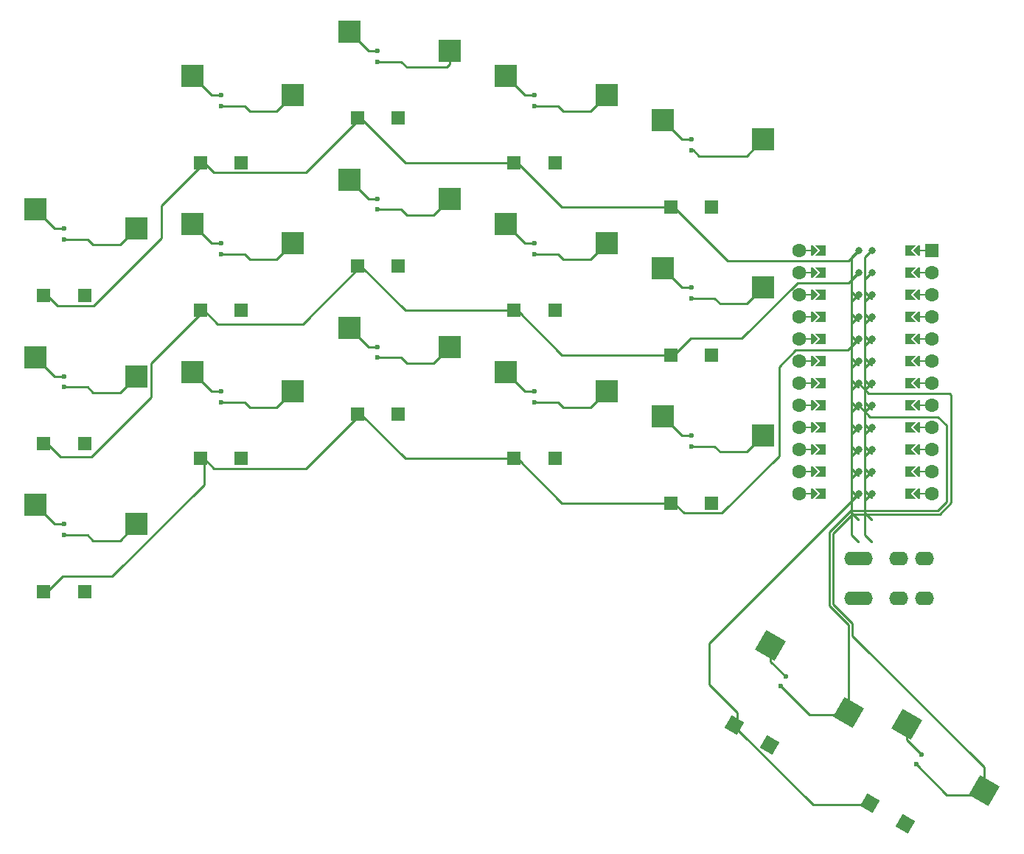
<source format=gbr>
%TF.GenerationSoftware,KiCad,Pcbnew,(6.0.6-1)-1*%
%TF.CreationDate,2022-08-08T10:13:26-05:00*%
%TF.ProjectId,smcboard,736d6362-6f61-4726-942e-6b696361645f,v1.0.0*%
%TF.SameCoordinates,Original*%
%TF.FileFunction,Copper,L2,Bot*%
%TF.FilePolarity,Positive*%
%FSLAX46Y46*%
G04 Gerber Fmt 4.6, Leading zero omitted, Abs format (unit mm)*
G04 Created by KiCad (PCBNEW (6.0.6-1)-1) date 2022-08-08 10:13:26*
%MOMM*%
%LPD*%
G01*
G04 APERTURE LIST*
G04 Aperture macros list*
%AMRotRect*
0 Rectangle, with rotation*
0 The origin of the aperture is its center*
0 $1 length*
0 $2 width*
0 $3 Rotation angle, in degrees counterclockwise*
0 Add horizontal line*
21,1,$1,$2,0,0,$3*%
%AMFreePoly0*
4,1,6,0.600000,0.200000,0.000000,-0.400000,-0.600000,0.200000,-0.600000,0.400000,0.600000,0.400000,0.600000,0.200000,0.600000,0.200000,$1*%
%AMFreePoly1*
4,1,5,0.125000,-0.500000,-0.125000,-0.500000,-0.125000,0.500000,0.125000,0.500000,0.125000,-0.500000,0.125000,-0.500000,$1*%
%AMFreePoly2*
4,1,49,0.004773,0.123721,0.009154,0.124665,0.028961,0.117240,0.062500,0.108253,0.068237,0.102516,0.075053,0.099961,0.087617,0.083136,0.108253,0.062500,0.111178,0.051584,0.117161,0.043572,0.118539,0.024114,0.125000,0.000000,0.121239,-0.014035,0.122131,-0.026629,0.113759,-0.041951,0.108253,-0.062500,0.095644,-0.075109,0.088389,-0.088388,-0.641000,-0.817776,-0.641000,-4.770224,
0.088389,-5.499612,0.109852,-5.528356,0.124665,-5.597154,0.099961,-5.663053,0.043572,-5.705161,-0.026629,-5.710131,-0.088388,-5.676389,-0.854388,-4.910388,-0.867707,-4.892552,-0.871189,-4.889530,-0.871982,-4.886826,-0.875852,-4.881644,-0.882331,-4.851549,-0.891000,-4.822000,-0.891000,-0.766000,-0.887805,-0.743969,-0.888131,-0.739371,-0.886780,-0.736898,-0.885852,-0.730498,-0.869151,-0.704632,
-0.854388,-0.677612,-0.088388,0.088389,-0.064606,0.106147,-0.062500,0.108253,-0.061385,0.108552,-0.059644,0.109852,-0.043806,0.113262,0.000000,0.125000,0.004773,0.123721,0.004773,0.123721,$1*%
%AMFreePoly3*
4,1,6,0.600000,-0.250000,-0.600000,-0.250000,-0.600000,1.000000,0.000000,0.400000,0.600000,1.000000,0.600000,-0.250000,0.600000,-0.250000,$1*%
G04 Aperture macros list end*
%TA.AperFunction,SMDPad,CuDef*%
%ADD10R,2.600000X2.600000*%
%TD*%
%TA.AperFunction,ComponentPad*%
%ADD11R,1.650000X1.650000*%
%TD*%
%TA.AperFunction,ComponentPad*%
%ADD12C,0.600000*%
%TD*%
%TA.AperFunction,SMDPad,CuDef*%
%ADD13RotRect,2.600000X2.600000X330.000000*%
%TD*%
%TA.AperFunction,ComponentPad*%
%ADD14RotRect,1.650000X1.650000X150.000000*%
%TD*%
%TA.AperFunction,ComponentPad*%
%ADD15RotRect,1.650000X1.650000X330.000000*%
%TD*%
%TA.AperFunction,ComponentPad*%
%ADD16O,2.200000X1.600000*%
%TD*%
%TA.AperFunction,SMDPad,CuDef*%
%ADD17FreePoly0,270.000000*%
%TD*%
%TA.AperFunction,ComponentPad*%
%ADD18C,1.600000*%
%TD*%
%TA.AperFunction,SMDPad,CuDef*%
%ADD19FreePoly0,90.000000*%
%TD*%
%TA.AperFunction,SMDPad,CuDef*%
%ADD20FreePoly1,90.000000*%
%TD*%
%TA.AperFunction,SMDPad,CuDef*%
%ADD21FreePoly1,270.000000*%
%TD*%
%TA.AperFunction,ComponentPad*%
%ADD22R,1.600000X1.600000*%
%TD*%
%TA.AperFunction,ComponentPad*%
%ADD23C,0.800000*%
%TD*%
%TA.AperFunction,SMDPad,CuDef*%
%ADD24FreePoly2,270.000000*%
%TD*%
%TA.AperFunction,SMDPad,CuDef*%
%ADD25FreePoly3,90.000000*%
%TD*%
%TA.AperFunction,SMDPad,CuDef*%
%ADD26FreePoly2,90.000000*%
%TD*%
%TA.AperFunction,SMDPad,CuDef*%
%ADD27FreePoly3,270.000000*%
%TD*%
%TA.AperFunction,Conductor*%
%ADD28C,0.250000*%
%TD*%
G04 APERTURE END LIST*
D10*
%TO.P,S7,1*%
%TO.N,middle_bottom*%
X135125000Y-77250000D03*
%TO.P,S7,2*%
%TO.N,P5*%
X146675000Y-79450000D03*
%TD*%
%TO.P,S1,1*%
%TO.N,pinky_bottom*%
X99125000Y-97650000D03*
%TO.P,S1,2*%
%TO.N,P7*%
X110675000Y-99850000D03*
%TD*%
D11*
%TO.P,D6,1*%
%TO.N,P1*%
X118050000Y-58300000D03*
%TO.P,D6,2*%
%TO.N,ring_top*%
X122750000Y-58300000D03*
%TD*%
%TO.P,D7,1*%
%TO.N,P2*%
X136050000Y-87200000D03*
%TO.P,D7,2*%
%TO.N,middle_bottom*%
X140750000Y-87200000D03*
%TD*%
%TO.P,D11,1*%
%TO.N,P0*%
X154050000Y-75300000D03*
%TO.P,D11,2*%
%TO.N,index_home*%
X158750000Y-75300000D03*
%TD*%
D12*
%TO.P,REF\u002A\u002A,1*%
%TO.N,inner_bottom*%
X174400000Y-89650000D03*
%TD*%
D13*
%TO.P,S16,1*%
%TO.N,near_thumb*%
X183538767Y-113809649D03*
%TO.P,S16,2*%
%TO.N,P5*%
X192441360Y-121489905D03*
%TD*%
D11*
%TO.P,D13,1*%
%TO.N,P2*%
X172050000Y-97400000D03*
%TO.P,D13,2*%
%TO.N,inner_bottom*%
X176750000Y-97400000D03*
%TD*%
%TO.P,D3,1*%
%TO.N,P1*%
X100050000Y-73600000D03*
%TO.P,D3,2*%
%TO.N,pinky_top*%
X104750000Y-73600000D03*
%TD*%
D14*
%TO.P,D16,1*%
%TO.N,P9*%
X179364840Y-122889102D03*
D15*
%TO.P,D16,2*%
%TO.N,near_thumb*%
X183435160Y-125239102D03*
%TD*%
D12*
%TO.P,REF\u002A\u002A,1*%
%TO.N,P4*%
X156400000Y-85800000D03*
%TD*%
%TO.P,REF\u002A\u002A,1*%
%TO.N,P3*%
X174400000Y-90900000D03*
%TD*%
%TO.P,REF\u002A\u002A,1*%
%TO.N,P6*%
X120400000Y-85800000D03*
%TD*%
D11*
%TO.P,D12,1*%
%TO.N,P1*%
X154050000Y-58300000D03*
%TO.P,D12,2*%
%TO.N,index_top*%
X158750000Y-58300000D03*
%TD*%
D12*
%TO.P,REF\u002A\u002A,1*%
%TO.N,pinky_bottom*%
X102400000Y-99850000D03*
%TD*%
%TO.P,REF\u002A\u002A,1*%
%TO.N,inner_top*%
X174400000Y-55650000D03*
%TD*%
%TO.P,REF\u002A\u002A,1*%
%TO.N,ring_bottom*%
X120400000Y-84550000D03*
%TD*%
%TO.P,REF\u002A\u002A,1*%
%TO.N,P6*%
X120400000Y-51800000D03*
%TD*%
%TO.P,REF\u002A\u002A,1*%
%TO.N,index_home*%
X156400000Y-67550000D03*
%TD*%
D10*
%TO.P,S3,1*%
%TO.N,pinky_top*%
X99125000Y-63650000D03*
%TO.P,S3,2*%
%TO.N,P7*%
X110675000Y-65850000D03*
%TD*%
D12*
%TO.P,REF\u002A\u002A,1*%
%TO.N,index_bottom*%
X156400000Y-84550000D03*
%TD*%
D11*
%TO.P,D2,1*%
%TO.N,P0*%
X100050000Y-90600000D03*
%TO.P,D2,2*%
%TO.N,pinky_home*%
X104750000Y-90600000D03*
%TD*%
D12*
%TO.P,REF\u002A\u002A,1*%
%TO.N,P4*%
X156400000Y-51800000D03*
%TD*%
%TO.P,REF\u002A\u002A,1*%
%TO.N,pinky_home*%
X102400000Y-82850000D03*
%TD*%
D10*
%TO.P,S15,1*%
%TO.N,inner_top*%
X171125000Y-53450000D03*
%TO.P,S15,2*%
%TO.N,P3*%
X182675000Y-55650000D03*
%TD*%
%TO.P,S5,1*%
%TO.N,ring_home*%
X117125000Y-65350000D03*
%TO.P,S5,2*%
%TO.N,P6*%
X128675000Y-67550000D03*
%TD*%
D12*
%TO.P,REF\u002A\u002A,1*%
%TO.N,home_thumb*%
X200863457Y-126352405D03*
%TD*%
D10*
%TO.P,S10,1*%
%TO.N,index_bottom*%
X153125000Y-82350000D03*
%TO.P,S10,2*%
%TO.N,P4*%
X164675000Y-84550000D03*
%TD*%
D12*
%TO.P,REF\u002A\u002A,1*%
%TO.N,P3*%
X174400000Y-56900000D03*
%TD*%
%TO.P,REF\u002A\u002A,1*%
%TO.N,ring_top*%
X120400000Y-50550000D03*
%TD*%
D11*
%TO.P,D14,1*%
%TO.N,P0*%
X172050000Y-80400000D03*
%TO.P,D14,2*%
%TO.N,inner_home*%
X176750000Y-80400000D03*
%TD*%
D12*
%TO.P,REF\u002A\u002A,1*%
%TO.N,P5*%
X138400000Y-46700000D03*
%TD*%
D13*
%TO.P,S17,1*%
%TO.N,home_thumb*%
X199127224Y-122809649D03*
%TO.P,S17,2*%
%TO.N,P4*%
X208029817Y-130489905D03*
%TD*%
D12*
%TO.P,REF\u002A\u002A,1*%
%TO.N,middle_bottom*%
X138400000Y-79450000D03*
%TD*%
D11*
%TO.P,D5,1*%
%TO.N,P0*%
X118050000Y-75300000D03*
%TO.P,D5,2*%
%TO.N,ring_home*%
X122750000Y-75300000D03*
%TD*%
D12*
%TO.P,REF\u002A\u002A,1*%
%TO.N,P5*%
X138400000Y-63700000D03*
%TD*%
%TO.P,REF\u002A\u002A,1*%
%TO.N,inner_home*%
X174400000Y-72650000D03*
%TD*%
%TO.P,REF\u002A\u002A,1*%
%TO.N,pinky_top*%
X102400000Y-65850000D03*
%TD*%
%TO.P,REF\u002A\u002A,1*%
%TO.N,P4*%
X200238457Y-127434937D03*
%TD*%
%TO.P,REF\u002A\u002A,1*%
%TO.N,P6*%
X120400000Y-68800000D03*
%TD*%
%TO.P,REF\u002A\u002A,1*%
%TO.N,index_top*%
X156400000Y-50550000D03*
%TD*%
%TO.P,REF\u002A\u002A,1*%
%TO.N,P7*%
X102400000Y-101100000D03*
%TD*%
D11*
%TO.P,D15,1*%
%TO.N,P1*%
X172050000Y-63400000D03*
%TO.P,D15,2*%
%TO.N,inner_top*%
X176750000Y-63400000D03*
%TD*%
%TO.P,D9,1*%
%TO.N,P1*%
X136050000Y-53200000D03*
%TO.P,D9,2*%
%TO.N,middle_top*%
X140750000Y-53200000D03*
%TD*%
D10*
%TO.P,S2,1*%
%TO.N,pinky_home*%
X99125000Y-80650000D03*
%TO.P,S2,2*%
%TO.N,P7*%
X110675000Y-82850000D03*
%TD*%
%TO.P,S14,1*%
%TO.N,inner_home*%
X171125000Y-70450000D03*
%TO.P,S14,2*%
%TO.N,P3*%
X182675000Y-72650000D03*
%TD*%
D12*
%TO.P,REF\u002A\u002A,1*%
%TO.N,middle_home*%
X138400000Y-62450000D03*
%TD*%
%TO.P,REF\u002A\u002A,1*%
%TO.N,P7*%
X102400000Y-84100000D03*
%TD*%
D10*
%TO.P,S13,1*%
%TO.N,inner_bottom*%
X171125000Y-87450000D03*
%TO.P,S13,2*%
%TO.N,P3*%
X182675000Y-89650000D03*
%TD*%
D11*
%TO.P,D8,1*%
%TO.N,P0*%
X136050000Y-70200000D03*
%TO.P,D8,2*%
%TO.N,middle_home*%
X140750000Y-70200000D03*
%TD*%
D16*
%TO.P,REF\u002A\u002A,1*%
%TO.N,VCC*%
X193100000Y-103800000D03*
X193100000Y-108400000D03*
%TO.P,REF\u002A\u002A,2*%
X194200000Y-108400000D03*
X194200000Y-103800000D03*
%TO.P,REF\u002A\u002A,3*%
%TO.N,GND*%
X198200000Y-108400000D03*
X198200000Y-103800000D03*
%TO.P,REF\u002A\u002A,4*%
%TO.N,P0*%
X201200000Y-108400000D03*
X201200000Y-103800000D03*
%TD*%
D12*
%TO.P,REF\u002A\u002A,1*%
%TO.N,P5*%
X184650000Y-118434937D03*
%TD*%
D10*
%TO.P,S8,1*%
%TO.N,middle_home*%
X135125000Y-60250000D03*
%TO.P,S8,2*%
%TO.N,P5*%
X146675000Y-62450000D03*
%TD*%
%TO.P,S6,1*%
%TO.N,ring_top*%
X117125000Y-48350000D03*
%TO.P,S6,2*%
%TO.N,P6*%
X128675000Y-50550000D03*
%TD*%
%TO.P,S4,1*%
%TO.N,ring_bottom*%
X117125000Y-82350000D03*
%TO.P,S4,2*%
%TO.N,P6*%
X128675000Y-84550000D03*
%TD*%
%TO.P,S12,1*%
%TO.N,index_top*%
X153125000Y-48350000D03*
%TO.P,S12,2*%
%TO.N,P4*%
X164675000Y-50550000D03*
%TD*%
D11*
%TO.P,D1,1*%
%TO.N,P2*%
X100050000Y-107600000D03*
%TO.P,D1,2*%
%TO.N,pinky_bottom*%
X104750000Y-107600000D03*
%TD*%
D12*
%TO.P,REF\u002A\u002A,1*%
%TO.N,P4*%
X156400000Y-68800000D03*
%TD*%
%TO.P,REF\u002A\u002A,1*%
%TO.N,middle_top*%
X138400000Y-45450000D03*
%TD*%
D10*
%TO.P,S9,1*%
%TO.N,middle_top*%
X135125000Y-43250000D03*
%TO.P,S9,2*%
%TO.N,P5*%
X146675000Y-45450000D03*
%TD*%
D12*
%TO.P,REF\u002A\u002A,1*%
%TO.N,P3*%
X174400000Y-73900000D03*
%TD*%
%TO.P,REF\u002A\u002A,1*%
%TO.N,near_thumb*%
X185275000Y-117352405D03*
%TD*%
%TO.P,REF\u002A\u002A,1*%
%TO.N,ring_home*%
X120400000Y-67550000D03*
%TD*%
%TO.P,REF\u002A\u002A,1*%
%TO.N,P7*%
X102400000Y-67100000D03*
%TD*%
%TO.P,REF\u002A\u002A,1*%
%TO.N,P5*%
X138400000Y-80700000D03*
%TD*%
D14*
%TO.P,D17,1*%
%TO.N,P9*%
X194953297Y-131889102D03*
D15*
%TO.P,D17,2*%
%TO.N,home_thumb*%
X199023617Y-134239102D03*
%TD*%
D17*
%TO.P,MCU1,*%
%TO.N,*%
X200242000Y-76050000D03*
D18*
X202020000Y-86210000D03*
X186780000Y-88750000D03*
X186780000Y-86210000D03*
X202020000Y-73510000D03*
D19*
X188558000Y-83670000D03*
D18*
X202020000Y-78590000D03*
D20*
X188050000Y-88750000D03*
D17*
X200242000Y-68430000D03*
D18*
X186780000Y-93830000D03*
D21*
X200750000Y-91290000D03*
D18*
X186780000Y-68430000D03*
X202020000Y-76050000D03*
D21*
X200750000Y-81130000D03*
D19*
X188558000Y-73510000D03*
D20*
X188050000Y-81130000D03*
X188050000Y-73510000D03*
D18*
X186780000Y-73510000D03*
D21*
X200750000Y-83670000D03*
D19*
X188558000Y-96370000D03*
D18*
X186780000Y-78590000D03*
X186780000Y-76050000D03*
D20*
X188050000Y-83670000D03*
D21*
X200750000Y-88750000D03*
D19*
X188558000Y-91290000D03*
X188558000Y-76050000D03*
D21*
X200750000Y-70970000D03*
D17*
X200242000Y-91290000D03*
D18*
X186780000Y-96370000D03*
D17*
X200242000Y-93830000D03*
D21*
X200750000Y-78590000D03*
D22*
X202020000Y-68430000D03*
D18*
X202020000Y-83670000D03*
D17*
X200242000Y-78590000D03*
D20*
X188050000Y-76050000D03*
D21*
X200750000Y-76050000D03*
D19*
X188558000Y-70970000D03*
D18*
X202020000Y-81130000D03*
D17*
X200242000Y-73510000D03*
D19*
X188558000Y-93830000D03*
D20*
X188050000Y-70970000D03*
X188050000Y-86210000D03*
D18*
X202020000Y-93830000D03*
D17*
X200242000Y-88750000D03*
D18*
X202020000Y-88750000D03*
D21*
X200750000Y-96370000D03*
D20*
X188050000Y-93830000D03*
D19*
X188558000Y-78590000D03*
D17*
X200242000Y-70970000D03*
D18*
X202020000Y-70970000D03*
D21*
X200750000Y-73510000D03*
D18*
X202020000Y-96370000D03*
X186780000Y-81130000D03*
D19*
X188558000Y-86210000D03*
D18*
X186780000Y-70970000D03*
D21*
X200750000Y-86210000D03*
X200750000Y-93830000D03*
D19*
X188558000Y-81130000D03*
D18*
X186780000Y-83670000D03*
X202020000Y-68430000D03*
X186780000Y-91290000D03*
D20*
X188050000Y-91290000D03*
D17*
X200242000Y-86210000D03*
D19*
X188558000Y-88750000D03*
D17*
X200242000Y-81130000D03*
X200242000Y-83670000D03*
D20*
X188050000Y-78590000D03*
D17*
X200242000Y-96370000D03*
D20*
X188050000Y-96370000D03*
D19*
X188558000Y-68430000D03*
D21*
X200750000Y-68430000D03*
D20*
X188050000Y-68430000D03*
D18*
X202020000Y-91290000D03*
D23*
%TO.P,MCU1,1*%
%TO.N,RAW*%
X195162000Y-68430000D03*
D24*
X195162000Y-68430000D03*
D25*
X189574000Y-68430000D03*
%TO.P,MCU1,2*%
%TO.N,N/C*%
X189574000Y-70970000D03*
D23*
%TO.N,GND*%
X195162000Y-70970000D03*
D24*
X195162000Y-70970000D03*
%TO.P,MCU1,3*%
%TO.N,RST*%
X195162000Y-73510000D03*
D25*
X189574000Y-73510000D03*
D23*
X195162000Y-73510000D03*
%TO.P,MCU1,4*%
%TO.N,VCC*%
X195162000Y-76050000D03*
D24*
X195162000Y-76050000D03*
D25*
X189574000Y-76050000D03*
D24*
%TO.P,MCU1,5*%
%TO.N,P21*%
X195162000Y-78590000D03*
D23*
X195162000Y-78590000D03*
D25*
X189574000Y-78590000D03*
%TO.P,MCU1,6*%
%TO.N,P20*%
X189574000Y-81130000D03*
D24*
X195162000Y-81130000D03*
D23*
X195162000Y-81130000D03*
D24*
%TO.P,MCU1,7*%
%TO.N,P19*%
X195162000Y-83670000D03*
D25*
X189574000Y-83670000D03*
D23*
X195162000Y-83670000D03*
D25*
%TO.P,MCU1,8*%
%TO.N,P18*%
X189574000Y-86210000D03*
D23*
X195162000Y-86210000D03*
D24*
X195162000Y-86210000D03*
D25*
%TO.P,MCU1,9*%
%TO.N,P15*%
X189574000Y-88750000D03*
D23*
X195162000Y-88750000D03*
D24*
X195162000Y-88750000D03*
D25*
%TO.P,MCU1,10*%
%TO.N,P14*%
X189574000Y-91290000D03*
D23*
X195162000Y-91290000D03*
D24*
X195162000Y-91290000D03*
D25*
%TO.P,MCU1,11*%
%TO.N,P16*%
X189574000Y-93830000D03*
D24*
X195162000Y-93830000D03*
D23*
X195162000Y-93830000D03*
D24*
%TO.P,MCU1,12*%
%TO.N,P10*%
X195162000Y-96370000D03*
D23*
X195162000Y-96370000D03*
D25*
X189574000Y-96370000D03*
D23*
%TO.P,MCU1,13*%
%TO.N,P9*%
X193638000Y-96370000D03*
D26*
X193638000Y-96370000D03*
D27*
X199226000Y-96370000D03*
D26*
%TO.P,MCU1,14*%
%TO.N,P8*%
X193638000Y-93830000D03*
D23*
X193638000Y-93830000D03*
D27*
X199226000Y-93830000D03*
%TO.P,MCU1,15*%
%TO.N,P7*%
X199226000Y-91290000D03*
D26*
X193638000Y-91290000D03*
D23*
X193638000Y-91290000D03*
%TO.P,MCU1,16*%
%TO.N,P6*%
X193638000Y-88750000D03*
D27*
X199226000Y-88750000D03*
D26*
X193638000Y-88750000D03*
D27*
%TO.P,MCU1,17*%
%TO.N,P5*%
X199226000Y-86210000D03*
D26*
X193638000Y-86210000D03*
D23*
X193638000Y-86210000D03*
%TO.P,MCU1,18*%
%TO.N,P4*%
X193638000Y-83670000D03*
D26*
X193638000Y-83670000D03*
D27*
X199226000Y-83670000D03*
D23*
%TO.P,MCU1,19*%
%TO.N,P3*%
X193638000Y-81130000D03*
D26*
X193638000Y-81130000D03*
D27*
X199226000Y-81130000D03*
D23*
%TO.P,MCU1,20*%
%TO.N,P2*%
X193638000Y-78590000D03*
D26*
X193638000Y-78590000D03*
D27*
X199226000Y-78590000D03*
D23*
%TO.P,MCU1,21*%
%TO.N,GND*%
X193638000Y-76050000D03*
D26*
X193638000Y-76050000D03*
D27*
X199226000Y-76050000D03*
%TO.P,MCU1,22*%
X199226000Y-73510000D03*
D26*
X193638000Y-73510000D03*
D23*
X193638000Y-73510000D03*
D27*
%TO.P,MCU1,23*%
%TO.N,P0*%
X199226000Y-70970000D03*
D23*
X193638000Y-70970000D03*
D26*
X193638000Y-70970000D03*
D23*
%TO.P,MCU1,24*%
%TO.N,P1*%
X193638000Y-68430000D03*
D27*
X199226000Y-68430000D03*
D26*
X193638000Y-68430000D03*
%TD*%
D10*
%TO.P,S11,1*%
%TO.N,index_home*%
X153125000Y-65350000D03*
%TO.P,S11,2*%
%TO.N,P4*%
X164675000Y-67550000D03*
%TD*%
D11*
%TO.P,D4,1*%
%TO.N,P2*%
X118050000Y-92300000D03*
%TO.P,D4,2*%
%TO.N,ring_bottom*%
X122750000Y-92300000D03*
%TD*%
%TO.P,D10,1*%
%TO.N,P2*%
X154050000Y-92300000D03*
%TO.P,D10,2*%
%TO.N,index_bottom*%
X158750000Y-92300000D03*
%TD*%
D28*
%TO.N,pinky_bottom*%
X99125000Y-97650000D02*
X99125000Y-98200001D01*
X99125000Y-97650000D02*
X101325000Y-99850000D01*
X101325000Y-99850000D02*
X102400000Y-99850000D01*
%TO.N,P7*%
X108799999Y-101725001D02*
X105727895Y-101725001D01*
X105727895Y-84725001D02*
X105102894Y-84100000D01*
X108799999Y-67725001D02*
X105727895Y-67725001D01*
X110675000Y-65850000D02*
X108799999Y-67725001D01*
X105727895Y-67725001D02*
X105102894Y-67100000D01*
X110675000Y-82850000D02*
X108799999Y-84725001D01*
X110675000Y-99850000D02*
X108799999Y-101725001D01*
X105102894Y-67100000D02*
X102400000Y-67100000D01*
X105102894Y-101100000D02*
X102400000Y-101100000D01*
X105102894Y-84100000D02*
X102400000Y-84100000D01*
X108799999Y-84725001D02*
X105727895Y-84725001D01*
X105727895Y-101725001D02*
X105102894Y-101100000D01*
%TO.N,P2*%
X172450000Y-97400000D02*
X173600000Y-98550000D01*
X159550000Y-97400000D02*
X172450000Y-97400000D01*
X130200000Y-93450000D02*
X136450000Y-87200000D01*
X154450000Y-92300000D02*
X159550000Y-97400000D01*
X107925000Y-105850000D02*
X118450000Y-95325000D01*
X118450000Y-92300000D02*
X119600000Y-93450000D01*
X184500000Y-92000000D02*
X184500000Y-81750000D01*
X100450000Y-107600000D02*
X102200000Y-105850000D01*
X119600000Y-93450000D02*
X130200000Y-93450000D01*
X118450000Y-95325000D02*
X118450000Y-92300000D01*
X192378000Y-79850000D02*
X193638000Y-78590000D01*
X184500000Y-81750000D02*
X186400000Y-79850000D01*
X141550000Y-92300000D02*
X154450000Y-92300000D01*
X177950000Y-98550000D02*
X184500000Y-92000000D01*
X186400000Y-79850000D02*
X192378000Y-79850000D01*
X102200000Y-105850000D02*
X107925000Y-105850000D01*
X136450000Y-87200000D02*
X141550000Y-92300000D01*
X173600000Y-98550000D02*
X177950000Y-98550000D01*
%TO.N,pinky_home*%
X99125000Y-80650000D02*
X101325000Y-82850000D01*
X101325000Y-82850000D02*
X102400000Y-82850000D01*
%TO.N,P0*%
X172450000Y-80400000D02*
X174360499Y-78489501D01*
X105550000Y-92100000D02*
X101950000Y-92100000D01*
X112400000Y-85250000D02*
X105550000Y-92100000D01*
X159550000Y-80400000D02*
X154450000Y-75300000D01*
X186599009Y-72100000D02*
X192508000Y-72100000D01*
X154450000Y-75300000D02*
X141550000Y-75300000D01*
X136450000Y-70200000D02*
X129800000Y-76850000D01*
X120000000Y-76850000D02*
X118450000Y-75300000D01*
X174360499Y-78489501D02*
X180209508Y-78489501D01*
X180209508Y-78489501D02*
X186599009Y-72100000D01*
X112400000Y-81350000D02*
X112400000Y-85250000D01*
X141550000Y-75300000D02*
X136450000Y-70200000D01*
X101950000Y-92100000D02*
X100450000Y-90600000D01*
X192508000Y-72100000D02*
X193638000Y-70970000D01*
X118450000Y-75300000D02*
X112400000Y-81350000D01*
X172450000Y-80400000D02*
X159550000Y-80400000D01*
X129800000Y-76850000D02*
X120000000Y-76850000D01*
%TO.N,pinky_top*%
X99125000Y-63650000D02*
X101325000Y-65850000D01*
X101325000Y-65850000D02*
X102400000Y-65850000D01*
%TO.N,P1*%
X118450000Y-58300000D02*
X119600000Y-59450000D01*
X113524999Y-63225001D02*
X118450000Y-58300000D01*
X113524999Y-66975001D02*
X113524999Y-63225001D01*
X130200000Y-59450000D02*
X136450000Y-53200000D01*
X101600000Y-74750000D02*
X105750000Y-74750000D01*
X136450000Y-53200000D02*
X141550000Y-58300000D01*
X100450000Y-73600000D02*
X101600000Y-74750000D01*
X119600000Y-59450000D02*
X130200000Y-59450000D01*
X154450000Y-58300000D02*
X159550000Y-63400000D01*
X141550000Y-58300000D02*
X154450000Y-58300000D01*
X178605000Y-69555000D02*
X192513000Y-69555000D01*
X159550000Y-63400000D02*
X172450000Y-63400000D01*
X192513000Y-69555000D02*
X193638000Y-68430000D01*
X172450000Y-63400000D02*
X178605000Y-69555000D01*
X105750000Y-74750000D02*
X113524999Y-66975001D01*
%TO.N,ring_bottom*%
X119325000Y-84550000D02*
X120400000Y-84550000D01*
X117125000Y-82350000D02*
X119325000Y-84550000D01*
%TO.N,P6*%
X123727895Y-86425001D02*
X123102894Y-85800000D01*
X128675000Y-84550000D02*
X126799999Y-86425001D01*
X123102894Y-85800000D02*
X120400000Y-85800000D01*
X128675000Y-67550000D02*
X126799999Y-69425001D01*
X123727895Y-69425001D02*
X123102894Y-68800000D01*
X126799999Y-86425001D02*
X123727895Y-86425001D01*
X128675000Y-50550000D02*
X126799999Y-52425001D01*
X126799999Y-52425001D02*
X123727895Y-52425001D01*
X126799999Y-69425001D02*
X123727895Y-69425001D01*
X123727895Y-52425001D02*
X123102894Y-51800000D01*
X123102894Y-51800000D02*
X120400000Y-51800000D01*
X123102894Y-68800000D02*
X120400000Y-68800000D01*
%TO.N,ring_home*%
X119325000Y-67550000D02*
X120400000Y-67550000D01*
X117125000Y-65350000D02*
X119325000Y-67550000D01*
%TO.N,ring_top*%
X117125000Y-48350000D02*
X119325000Y-50550000D01*
X119325000Y-50550000D02*
X120400000Y-50550000D01*
%TO.N,middle_bottom*%
X135125000Y-77250000D02*
X137325000Y-79450000D01*
X137325000Y-79450000D02*
X138400000Y-79450000D01*
%TO.N,P5*%
X192441360Y-121489905D02*
X192203859Y-121727406D01*
X146675000Y-45450000D02*
X146675000Y-47000000D01*
X187750000Y-121500000D02*
X187715063Y-121500000D01*
X141102894Y-63700000D02*
X138400000Y-63700000D01*
X192203859Y-121727406D02*
X187977406Y-121727406D01*
X141102894Y-80700000D02*
X138400000Y-80700000D01*
X187715063Y-121500000D02*
X184650000Y-118434937D01*
X146349999Y-47325001D02*
X141727895Y-47325001D01*
X190250000Y-109250000D02*
X190250000Y-100750000D01*
X146675000Y-79450000D02*
X144799999Y-81325001D01*
X144799999Y-81325001D02*
X141727895Y-81325001D01*
X202750000Y-98250000D02*
X203747865Y-97252135D01*
X202750000Y-87500000D02*
X194928000Y-87500000D01*
X192441360Y-111441360D02*
X190250000Y-109250000D01*
X192750000Y-98250000D02*
X202750000Y-98250000D01*
X141727895Y-64325001D02*
X141102894Y-63700000D01*
X144799999Y-64325001D02*
X141727895Y-64325001D01*
X190250000Y-100750000D02*
X192750000Y-98250000D01*
X141727895Y-81325001D02*
X141102894Y-80700000D01*
X141727895Y-47325001D02*
X141102894Y-46700000D01*
X203747865Y-97252135D02*
X203747865Y-88497865D01*
X146675000Y-62450000D02*
X144799999Y-64325001D01*
X141102894Y-46700000D02*
X138400000Y-46700000D01*
X194928000Y-87500000D02*
X193638000Y-86210000D01*
X192441360Y-121489905D02*
X192441360Y-111441360D01*
X203747865Y-88497865D02*
X202750000Y-87500000D01*
X187977406Y-121727406D02*
X187750000Y-121500000D01*
X146675000Y-47000000D02*
X146349999Y-47325001D01*
%TO.N,middle_home*%
X135125000Y-60250000D02*
X137325000Y-62450000D01*
X137325000Y-62450000D02*
X138400000Y-62450000D01*
%TO.N,middle_top*%
X135125000Y-43250000D02*
X137325000Y-45450000D01*
X137325000Y-45450000D02*
X138400000Y-45450000D01*
%TO.N,index_bottom*%
X155325000Y-84550000D02*
X156400000Y-84550000D01*
X153125000Y-82350000D02*
X155325000Y-84550000D01*
%TO.N,P4*%
X208029817Y-127779817D02*
X192891360Y-112641360D01*
X162799999Y-52425001D02*
X159727895Y-52425001D01*
X203750000Y-131000000D02*
X203750000Y-130946480D01*
X204045000Y-84795000D02*
X194763000Y-84795000D01*
X164675000Y-50550000D02*
X162799999Y-52425001D01*
X208029817Y-130489905D02*
X207519722Y-131000000D01*
X190700000Y-100936396D02*
X192936396Y-98700000D01*
X192891360Y-112641360D02*
X192891360Y-111254964D01*
X159727895Y-52425001D02*
X159102894Y-51800000D01*
X192936396Y-98700000D02*
X202936396Y-98700000D01*
X162799999Y-86425001D02*
X159727895Y-86425001D01*
X159102894Y-68800000D02*
X156400000Y-68800000D01*
X204250000Y-97386396D02*
X204250000Y-85000000D01*
X159102894Y-51800000D02*
X156400000Y-51800000D01*
X162799999Y-69425001D02*
X159727895Y-69425001D01*
X202936396Y-98700000D02*
X204250000Y-97386396D01*
X207519722Y-131000000D02*
X203750000Y-131000000D01*
X203750000Y-130946480D02*
X200238457Y-127434937D01*
X190700000Y-109063604D02*
X190700000Y-100936396D01*
X164675000Y-84550000D02*
X162799999Y-86425001D01*
X194763000Y-84795000D02*
X193638000Y-83670000D01*
X159727895Y-69425001D02*
X159102894Y-68800000D01*
X164675000Y-67550000D02*
X162799999Y-69425001D01*
X159102894Y-85800000D02*
X156400000Y-85800000D01*
X208029817Y-130489905D02*
X208029817Y-127779817D01*
X204250000Y-85000000D02*
X204045000Y-84795000D01*
X159727895Y-86425001D02*
X159102894Y-85800000D01*
X192891360Y-111254964D02*
X190700000Y-109063604D01*
%TO.N,index_home*%
X155325000Y-67550000D02*
X156400000Y-67550000D01*
X153125000Y-65350000D02*
X155325000Y-67550000D01*
%TO.N,index_top*%
X155325000Y-50550000D02*
X156400000Y-50550000D01*
X153125000Y-48350000D02*
X155325000Y-50550000D01*
%TO.N,inner_bottom*%
X171125000Y-87450000D02*
X173325000Y-89650000D01*
X173325000Y-89650000D02*
X174400000Y-89650000D01*
%TO.N,P3*%
X182675000Y-89650000D02*
X180799999Y-91525001D01*
X180799999Y-91525001D02*
X177727895Y-91525001D01*
X180799999Y-74525001D02*
X177727895Y-74525001D01*
X180799999Y-57525001D02*
X175325001Y-57525001D01*
X177727895Y-91525001D02*
X177102894Y-90900000D01*
X182675000Y-55650000D02*
X180799999Y-57525001D01*
X177102894Y-90900000D02*
X174400000Y-90900000D01*
X177727895Y-74525001D02*
X177102894Y-73900000D01*
X175325001Y-57525001D02*
X174700000Y-56900000D01*
X174700000Y-56900000D02*
X174400000Y-56900000D01*
X177102894Y-73900000D02*
X174400000Y-73900000D01*
X182675000Y-72650000D02*
X180799999Y-74525001D01*
%TO.N,inner_home*%
X173325000Y-72650000D02*
X174400000Y-72650000D01*
X171125000Y-70450000D02*
X173325000Y-72650000D01*
%TO.N,inner_top*%
X171125000Y-53450000D02*
X173325000Y-55650000D01*
X173325000Y-55650000D02*
X174400000Y-55650000D01*
%TO.N,near_thumb*%
X183538767Y-115616172D02*
X185275000Y-117352405D01*
X183538767Y-113809649D02*
X183538767Y-115616172D01*
%TO.N,P9*%
X179711250Y-123403754D02*
X179711250Y-123089102D01*
X188396598Y-132089102D02*
X179711250Y-123403754D01*
X179711250Y-123089102D02*
X179711250Y-121461250D01*
X179711250Y-121461250D02*
X176500000Y-118250000D01*
X195299707Y-132089102D02*
X188396598Y-132089102D01*
X176500000Y-113508000D02*
X193638000Y-96370000D01*
X176500000Y-118250000D02*
X176500000Y-113508000D01*
%TO.N,home_thumb*%
X199127224Y-122809649D02*
X199127224Y-124616172D01*
X199127224Y-124616172D02*
X200863457Y-126352405D01*
%TD*%
M02*

</source>
